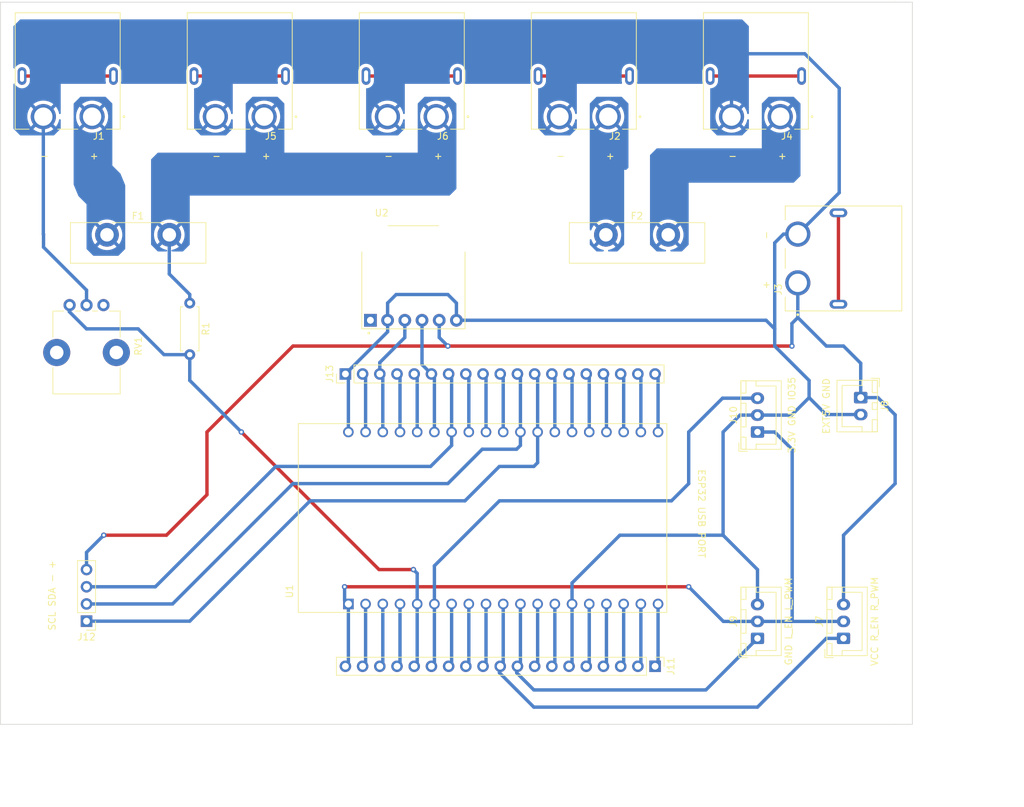
<source format=kicad_pcb>
(kicad_pcb (version 20211014) (generator pcbnew)
  (layers (0 "F.Cu" signal) (31 "B.Cu" signal) (34 "B.Paste" user) (35 "F.Paste" user) (36 "B.SilkS" user "B.Silkscreen") (37 "F.SilkS" user "F.Silkscreen") (38 "B.Mask" user) (39 "F.Mask" user) (44 "Edge.Cuts" user))
  (net 0 "")
  (net 1 "Net-(F1-Pad1)")
  (net 2 "Net-(F1-Pad2)")
  (net 3 "Net-(F2-Pad1)")
  (net 4 "Net-(F2-Pad2)")
  (net 5 "Net-(J1-Pad2)")
  (net 6 "Net-(J1-PadS1)")
  (net 7 "Net-(J2-PadS1)")
  (net 8 "Net-(J12-Pad4)")
  (net 9 "Net-(J3-PadS1)")
  (net 10 "Net-(J4-PadS1)")
  (net 11 "Net-(J5-PadS1)")
  (net 12 "Net-(J6-PadS1)")
  (net 13 "Net-(J10-Pad1)")
  (net 14 "Net-(J10-Pad3)")
  (net 15 "Net-(J12-Pad1)")
  (net 16 "Net-(J12-Pad2)")
  (net 17 "Net-(J12-Pad3)")
  (net 20 "Net-(J11-Pad10)")
  (net 21 "Net-(J11-Pad9)")
  (net 22 "Net-(J11-Pad1)")
  (net 23 "Net-(J11-Pad2)")
  (net 24 "Net-(J11-Pad3)")
  (net 25 "Net-(J11-Pad4)")
  (net 26 "Net-(J11-Pad5)")
  (net 27 "Net-(J11-Pad7)")
  (net 28 "Net-(J11-Pad8)")
  (net 29 "Net-(J11-Pad11)")
  (net 30 "Net-(J11-Pad12)")
  (net 31 "Net-(J11-Pad13)")
  (net 32 "Net-(J11-Pad15)")
  (net 33 "Net-(J11-Pad16)")
  (net 34 "Net-(J11-Pad17)")
  (net 35 "Net-(J11-Pad18)")
  (net 36 "Net-(J13-Pad2)")
  (net 37 "Net-(J13-Pad3)")
  (net 38 "Net-(J13-Pad4)")
  (net 39 "Net-(J13-Pad5)")
  (net 40 "Net-(J13-Pad6)")
  (net 41 "Net-(J13-Pad8)")
  (net 42 "Net-(J13-Pad9)")
  (net 43 "Net-(J13-Pad10)")
  (net 44 "Net-(J13-Pad13)")
  (net 45 "Net-(J13-Pad14)")
  (net 46 "Net-(J13-Pad15)")
  (net 47 "Net-(J13-Pad16)")
  (net 48 "Net-(J13-Pad17)")
  (net 49 "Net-(J13-Pad18)")
  (net 50 "Net-(J13-Pad19)")
  (footprint "Connector_PinHeader_2.54mm:PinHeader_1x19_P2.54mm_Vertical" (layer "F.Cu") (at 164.4225 134.185 -90)
    (fp_text reference "J11" (at 0 -2.33 90) (layer "F.SilkS"))
    (fp_text value "Conn_01x19_Female")
    (pad "1" thru_hole rect (at 0 0 270) (size 1.7 1.7) (drill 1) (layers *.Cu *.Mask) (net 22 "Net-(J11-Pad1)"))
    (pad "2" thru_hole oval (at 0 2.54 270) (size 1.7 1.7) (drill 1) (layers *.Cu *.Mask) (net 23 "Net-(J11-Pad2)"))
    (pad "3" thru_hole oval (at 0 5.08 270) (size 1.7 1.7) (drill 1) (layers *.Cu *.Mask) (net 24 "Net-(J11-Pad3)"))
    (pad "4" thru_hole oval (at 0 7.62 270) (size 1.7 1.7) (drill 1) (layers *.Cu *.Mask) (net 25 "Net-(J11-Pad4)"))
    (pad "5" thru_hole oval (at 0 10.16 270) (size 1.7 1.7) (drill 1) (layers *.Cu *.Mask) (net 26 "Net-(J11-Pad5)"))
    (pad "6" thru_hole oval (at 0 12.7 270) (size 1.7 1.7) (drill 1) (layers *.Cu *.Mask) (net 5 "Net-(J1-Pad2)"))
    (pad "7" thru_hole oval (at 0 15.24 270) (size 1.7 1.7) (drill 1) (layers *.Cu *.Mask) (net 27 "Net-(J11-Pad7)"))
    (pad "8" thru_hole oval (at 0 17.78 270) (size 1.7 1.7) (drill 1) (layers *.Cu *.Mask) (net 28 "Net-(J11-Pad8)"))
    (pad "9" thru_hole oval (at 0 20.32 270) (size 1.7 1.7) (drill 1) (layers *.Cu *.Mask) (net 21 "Net-(J11-Pad9)"))
    (pad "10" thru_hole oval (at 0 22.86 270) (size 1.7 1.7) (drill 1) (layers *.Cu *.Mask) (net 20 "Net-(J11-Pad10)"))
    (pad "11" thru_hole oval (at 0 25.4 270) (size 1.7 1.7) (drill 1) (layers *.Cu *.Mask) (net 29 "Net-(J11-Pad11)"))
    (pad "12" thru_hole oval (at 0 27.94 270) (size 1.7 1.7) (drill 1) (layers *.Cu *.Mask) (net 30 "Net-(J11-Pad12)"))
    (pad "13" thru_hole oval (at 0 30.48 270) (size 1.7 1.7) (drill 1) (layers *.Cu *.Mask) (net 31 "Net-(J11-Pad13)"))
    (pad "14" thru_hole oval (at 0 33.02 270) (size 1.7 1.7) (drill 1) (layers *.Cu *.Mask) (net 14 "Net-(J10-Pad3)"))
    (pad "15" thru_hole oval (at 0 35.56 270) (size 1.7 1.7) (drill 1) (layers *.Cu *.Mask) (net 32 "Net-(J11-Pad15)"))
    (pad "16" thru_hole oval (at 0 38.1 270) (size 1.7 1.7) (drill 1) (layers *.Cu *.Mask) (net 33 "Net-(J11-Pad16)"))
    (pad "17" thru_hole oval (at 0 40.64 270) (size 1.7 1.7) (drill 1) (layers *.Cu *.Mask) (net 34 "Net-(J11-Pad17)"))
    (pad "18" thru_hole oval (at 0 43.18 270) (size 1.7 1.7) (drill 1) (layers *.Cu *.Mask) (net 35 "Net-(J11-Pad18)"))
    (pad "19" thru_hole oval (at 0 45.72 270) (size 1.7 1.7) (drill 1) (layers *.Cu *.Mask) (net 13 "Net-(J10-Pad1)"))
  )
  (footprint "XT60PW-F:AMASS_XT60PW-F" (layer "F.Cu") (at 77.705 52.99 180)
    (fp_text reference "J1" (at -4.575 -2.885 180) (layer "F.SilkS"))
    (fp_text value "24V DC IN")
    (pad "1" thru_hole circle locked (at -3.6 0 180) (size 3.716 3.716) (drill 2.7) (layers *.Cu *.Mask) (net 1 "Net-(F1-Pad1)"))
    (pad "2" thru_hole circle locked (at 3.6 0 180) (size 3.716 3.716) (drill 2.7) (layers *.Cu *.Mask) (net 5 "Net-(J1-Pad2)"))
    (pad "S1" thru_hole oval locked (at -6.75 6 180) (size 1.3 2.6) (drill oval 0.6 1.7) (layers *.Cu *.Mask) (net 6 "Net-(J1-PadS1)"))
    (pad "S2" thru_hole oval locked (at 6.75 6 180) (size 1.3 2.6) (drill oval 0.6 1.7) (layers *.Cu *.Mask) (net 6 "Net-(J1-PadS1)"))
  )
  (footprint "Connector_JST:JST_XH_B2B-XH-A_1x02_P2.50mm_Vertical" (layer "F.Cu") (at 194.7825 94.5 -90)
    (fp_text reference "J8" (at 1.25 -3.55 90) (layer "F.SilkS"))
    (fp_text value "EXT5V GND" (at 1.25 5.08 90) (layer "F.SilkS"))
    (pad "1" thru_hole roundrect (at 0 0 270) (size 1.7 2) (drill 1) (layers *.Cu *.Mask) (roundrect_rratio 0.147059) (net 8 "Net-(J12-Pad4)"))
    (pad "2" thru_hole oval (at 2.5 0 270) (size 1.7 2) (drill 1) (layers *.Cu *.Mask) (net 5 "Net-(J1-Pad2)"))
  )
  (footprint "Connector_JST:JST_XH_B3B-XH-A_1x03_P2.50mm_Vertical" (layer "F.Cu") (at 179.5425 99.58 90)
    (fp_text reference "J10" (at 2.5 -3.55 90) (layer "F.SilkS"))
    (fp_text value "3.3V GND IO35" (at 2.5 5.08 90) (layer "F.SilkS"))
    (pad "1" thru_hole roundrect (at 0 0 90) (size 1.7 1.95) (drill 0.95) (layers *.Cu *.Mask) (roundrect_rratio 0.147059) (net 13 "Net-(J10-Pad1)"))
    (pad "2" thru_hole oval (at 2.5 0 90) (size 1.7 1.95) (drill 0.95) (layers *.Cu *.Mask) (net 5 "Net-(J1-Pad2)"))
    (pad "3" thru_hole oval (at 5 0 90) (size 1.7 1.95) (drill 0.95) (layers *.Cu *.Mask) (net 14 "Net-(J10-Pad3)"))
  )
  (footprint "XT60PW-F:AMASS_XT60PW-F" (layer "F.Cu") (at 128.505 52.99 180)
    (fp_text reference "J6" (at -4.575 -2.885 180) (layer "F.SilkS"))
    (fp_text value "24V DC OUT")
    (pad "1" thru_hole circle locked (at -3.6 0 180) (size 3.716 3.716) (drill 2.7) (layers *.Cu *.Mask) (net 2 "Net-(F1-Pad2)"))
    (pad "2" thru_hole circle locked (at 3.6 0 180) (size 3.716 3.716) (drill 2.7) (layers *.Cu *.Mask) (net 5 "Net-(J1-Pad2)"))
    (pad "S1" thru_hole oval locked (at -6.75 6 180) (size 1.3 2.6) (drill oval 0.6 1.7) (layers *.Cu *.Mask) (net 12 "Net-(J6-PadS1)"))
    (pad "S2" thru_hole oval locked (at 6.75 6 180) (size 1.3 2.6) (drill oval 0.6 1.7) (layers *.Cu *.Mask) (net 12 "Net-(J6-PadS1)"))
  )
  (footprint "Potentiometer_THT:Potentiometer_Bourns_PTV09A-1_Single_Vertical" (layer "F.Cu") (at 77.9825 80.83 -90)
    (fp_text reference "RV1" (at 6.05 -10.15 90) (layer "F.SilkS"))
    (fp_text value "10k Pot")
    (pad "" np_thru_hole circle (at 7 -6.9 270) (size 4 4) (drill 2) (layers *.Cu *.Mask))
    (pad "" np_thru_hole circle (at 7 1.9 270) (size 4 4) (drill 2) (layers *.Cu *.Mask))
    (pad "1" thru_hole circle (at 0 0 270) (size 1.8 1.8) (drill 1) (layers *.Cu *.Mask) (net 32 "Net-(J11-Pad15)"))
    (pad "2" thru_hole circle (at 0 -2.5 270) (size 1.8 1.8) (drill 1) (layers *.Cu *.Mask) (net 5 "Net-(J1-Pad2)"))
    (pad "3" thru_hole circle (at 0 -5 270) (size 1.8 1.8) (drill 1) (layers *.Cu *.Mask))
  )
  (footprint "Connector_PinHeader_2.54mm:PinHeader_1x04_P2.54mm_Vertical" (layer "F.Cu") (at 80.4825 127.52 180)
    (fp_text reference "J12" (at 0 -2.33) (layer "F.SilkS"))
    (fp_text value "SCL SDA - +" (at 5.08 3.8 90) (layer "F.SilkS"))
    (pad "1" thru_hole rect (at 0 0 180) (size 1.7 1.7) (drill 1) (layers *.Cu *.Mask) (net 15 "Net-(J12-Pad1)"))
    (pad "2" thru_hole oval (at 0 2.54 180) (size 1.7 1.7) (drill 1) (layers *.Cu *.Mask) (net 16 "Net-(J12-Pad2)"))
    (pad "3" thru_hole oval (at 0 5.08 180) (size 1.7 1.7) (drill 1) (layers *.Cu *.Mask) (net 17 "Net-(J12-Pad3)"))
    (pad "4" thru_hole oval (at 0 7.62 180) (size 1.7 1.7) (drill 1) (layers *.Cu *.Mask) (net 8 "Net-(J12-Pad4)"))
  )
  (footprint "ESP32-DEVKITC-32D:MODULE_ESP32-DEVKITC-32D" (layer "F.Cu") (at 138.9025 112.28 90)
    (fp_text reference "U1" (at -10.829175 -28.446045 90) (layer "F.SilkS") (effects (font (size 1.000386 1.000386))))
    (fp_text value "ESP32-DEVKITC-32D")
    (pad "1" thru_hole rect (at -12.7 -19.76 90) (size 1.56 1.56) (drill 1.04) (layers *.Cu *.Mask) (net 13 "Net-(J10-Pad1)"))
    (pad "2" thru_hole circle (at -12.7 -17.22 90) (size 1.56 1.56) (drill 1.04) (layers *.Cu *.Mask) (net 35 "Net-(J11-Pad18)"))
    (pad "3" thru_hole circle (at -12.7 -14.68 90) (size 1.56 1.56) (drill 1.04) (layers *.Cu *.Mask) (net 34 "Net-(J11-Pad17)"))
    (pad "4" thru_hole circle (at -12.7 -12.14 90) (size 1.56 1.56) (drill 1.04) (layers *.Cu *.Mask) (net 33 "Net-(J11-Pad16)"))
    (pad "5" thru_hole circle (at -12.7 -9.6 90) (size 1.56 1.56) (drill 1.04) (layers *.Cu *.Mask) (net 32 "Net-(J11-Pad15)"))
    (pad "6" thru_hole circle (at -12.7 -7.06 90) (size 1.56 1.56) (drill 1.04) (layers *.Cu *.Mask) (net 14 "Net-(J10-Pad3)"))
    (pad "7" thru_hole circle (at -12.7 -4.52 90) (size 1.56 1.56) (drill 1.04) (layers *.Cu *.Mask) (net 31 "Net-(J11-Pad13)"))
    (pad "8" thru_hole circle (at -12.7 -1.98 90) (size 1.56 1.56) (drill 1.04) (layers *.Cu *.Mask) (net 30 "Net-(J11-Pad12)"))
    (pad "9" thru_hole circle (at -12.7 0.56 90) (size 1.56 1.56) (drill 1.04) (layers *.Cu *.Mask) (net 29 "Net-(J11-Pad11)"))
    (pad "10" thru_hole circle (at -12.7 3.1 90) (size 1.56 1.56) (drill 1.04) (layers *.Cu *.Mask) (net 20 "Net-(J11-Pad10)"))
    (pad "11" thru_hole circle (at -12.7 5.64 90) (size 1.56 1.56) (drill 1.04) (layers *.Cu *.Mask) (net 21 "Net-(J11-Pad9)"))
    (pad "12" thru_hole circle (at -12.7 8.18 90) (size 1.56 1.56) (drill 1.04) (layers *.Cu *.Mask) (net 28 "Net-(J11-Pad8)"))
    (pad "13" thru_hole circle (at -12.7 10.72 90) (size 1.56 1.56) (drill 1.04) (layers *.Cu *.Mask) (net 27 "Net-(J11-Pad7)"))
    (pad "14" thru_hole circle (at -12.7 13.26 90) (size 1.56 1.56) (drill 1.04) (layers *.Cu *.Mask) (net 5 "Net-(J1-Pad2)"))
    (pad "15" thru_hole circle (at -12.7 15.8 90) (size 1.56 1.56) (drill 1.04) (layers *.Cu *.Mask) (net 26 "Net-(J11-Pad5)"))
    (pad "16" thru_hole circle (at -12.7 18.34 90) (size 1.56 1.56) (drill 1.04) (layers *.Cu *.Mask) (net 25 "Net-(J11-Pad4)"))
    (pad "17" thru_hole circle (at -12.7 20.88 90) (size 1.56 1.56) (drill 1.04) (layers *.Cu *.Mask) (net 24 "Net-(J11-Pad3)"))
    (pad "18" thru_hole circle (at -12.7 23.42 90) (size 1.56 1.56) (drill 1.04) (layers *.Cu *.Mask) (net 23 "Net-(J11-Pad2)"))
    (pad "19" thru_hole circle (at -12.7 25.96 90) (size 1.56 1.56) (drill 1.04) (layers *.Cu *.Mask) (net 22 "Net-(J11-Pad1)"))
    (pad "20" thru_hole circle (at 12.7 -19.76 90) (size 1.56 1.56) (drill 1.04) (layers *.Cu *.Mask) (net 5 "Net-(J1-Pad2)"))
    (pad "21" thru_hole circle (at 12.7 -17.22 90) (size 1.56 1.56) (drill 1.04) (layers *.Cu *.Mask) (net 36 "Net-(J13-Pad2)"))
    (pad "22" thru_hole circle (at 12.7 -14.68 90) (size 1.56 1.56) (drill 1.04) (layers *.Cu *.Mask) (net 37 "Net-(J13-Pad3)"))
    (pad "23" thru_hole circle (at 12.7 -12.14 90) (size 1.56 1.56) (drill 1.04) (layers *.Cu *.Mask) (net 38 "Net-(J13-Pad4)"))
    (pad "24" thru_hole circle (at 12.7 -9.6 90) (size 1.56 1.56) (drill 1.04) (layers *.Cu *.Mask) (net 39 "Net-(J13-Pad5)"))
    (pad "25" thru_hole circle (at 12.7 -7.06 90) (size 1.56 1.56) (drill 1.04) (layers *.Cu *.Mask) (net 40 "Net-(J13-Pad6)"))
    (pad "26" thru_hole circle (at 12.7 -4.52 90) (size 1.56 1.56) (drill 1.04) (layers *.Cu *.Mask) (net 17 "Net-(J12-Pad3)"))
    (pad "27" thru_hole circle (at 12.7 -1.98 90) (size 1.56 1.56) (drill 1.04) (layers *.Cu *.Mask) (net 41 "Net-(J13-Pad8)"))
    (pad "28" thru_hole circle (at 12.7 0.56 90) (size 1.56 1.56) (drill 1.04) (layers *.Cu *.Mask) (net 42 "Net-(J13-Pad9)"))
    (pad "29" thru_hole circle (at 12.7 3.1 90) (size 1.56 1.56) (drill 1.04) (layers *.Cu *.Mask) (net 43 "Net-(J13-Pad10)"))
    (pad "30" thru_hole circle (at 12.7 5.64 90) (size 1.56 1.56) (drill 1.04) (layers *.Cu *.Mask) (net 16 "Net-(J12-Pad2)"))
    (pad "31" thru_hole circle (at 12.7 8.18 90) (size 1.56 1.56) (drill 1.04) (layers *.Cu *.Mask) (net 15 "Net-(J12-Pad1)"))
    (pad "32" thru_hole circle (at 12.7 10.72 90) (size 1.56 1.56) (drill 1.04) (layers *.Cu *.Mask) (net 44 "Net-(J13-Pad13)"))
    (pad "33" thru_hole circle (at 12.7 13.26 90) (size 1.56 1.56) (drill 1.04) (layers *.Cu *.Mask) (net 45 "Net-(J13-Pad14)"))
    (pad "34" thru_hole circle (at 12.7 15.8 90) (size 1.56 1.56) (drill 1.04) (layers *.Cu *.Mask) (net 46 "Net-(J13-Pad15)"))
    (pad "35" thru_hole circle (at 12.7 18.34 90) (size 1.56 1.56) (drill 1.04) (layers *.Cu *.Mask) (net 47 "Net-(J13-Pad16)"))
    (pad "36" thru_hole circle (at 12.7 20.88 90) (size 1.56 1.56) (drill 1.04) (layers *.Cu *.Mask) (net 48 "Net-(J13-Pad17)"))
    (pad "37" thru_hole circle (at 12.7 23.42 90) (size 1.56 1.56) (drill 1.04) (layers *.Cu *.Mask) (net 49 "Net-(J13-Pad18)"))
    (pad "38" thru_hole circle (at 12.7 25.96 90) (size 1.56 1.56) (drill 1.04) (layers *.Cu *.Mask) (net 50 "Net-(J13-Pad19)"))
  )
  (footprint "XT60PW-F:AMASS_XT60PW-F" (layer "F.Cu") (at 179.305 52.99 180)
    (fp_text reference "J4" (at -4.575 -2.885 180) (layer "F.SilkS"))
    (fp_text value "12V DC OUT")
    (pad "1" thru_hole circle locked (at -3.6 0 180) (size 3.716 3.716) (drill 2.7) (layers *.Cu *.Mask) (net 4 "Net-(F2-Pad2)"))
    (pad "2" thru_hole circle locked (at 3.6 0 180) (size 3.716 3.716) (drill 2.7) (layers *.Cu *.Mask) (net 5 "Net-(J1-Pad2)"))
    (pad "S1" thru_hole oval locked (at -6.75 6 180) (size 1.3 2.6) (drill oval 0.6 1.7) (layers *.Cu *.Mask) (net 10 "Net-(J4-PadS1)"))
    (pad "S2" thru_hole oval locked (at 6.75 6 180) (size 1.3 2.6) (drill oval 0.6 1.7) (layers *.Cu *.Mask) (net 10 "Net-(J4-PadS1)"))
  )
  (footprint "ZC576300:MODULE_ZC576300" (layer "F.Cu") (at 128.7425 76.72)
    (fp_text reference "U2" (at -4.695 -9.505) (layer "F.SilkS"))
    (fp_text value "MCP4725")
    (pad "" np_thru_hole circle locked (at 5.715 -5.715) (size 3.302 3.302) (drill 3.302) (layers *.Cu *.Mask))
    (pad "" np_thru_hole circle locked (at -5.715 -5.715) (size 3.302 3.302) (drill 3.302) (layers *.Cu *.Mask))
    (pad "1" thru_hole rect locked (at -6.35 6.35) (size 1.8796 1.8796) (drill 1.016) (layers *.Cu *.Mask))
    (pad "2" thru_hole circle locked (at -3.81 6.35) (size 1.8796 1.8796) (drill 1.016) (layers *.Cu *.Mask) (net 5 "Net-(J1-Pad2)"))
    (pad "3" thru_hole circle locked (at -1.27 6.35) (size 1.8796 1.8796) (drill 1.016) (layers *.Cu *.Mask) (net 37 "Net-(J13-Pad3)"))
    (pad "4" thru_hole circle locked (at 1.27 6.35) (size 1.8796 1.8796) (drill 1.016) (layers *.Cu *.Mask) (net 40 "Net-(J13-Pad6)"))
    (pad "5" thru_hole circle locked (at 3.81 6.35) (size 1.8796 1.8796) (drill 1.016) (layers *.Cu *.Mask) (net 8 "Net-(J12-Pad4)"))
    (pad "6" thru_hole circle locked (at 6.35 6.35) (size 1.8796 1.8796) (drill 1.016) (layers *.Cu *.Mask) (net 5 "Net-(J1-Pad2)"))
  )
  (footprint "Connector_PinHeader_2.54mm:PinHeader_1x19_P2.54mm_Vertical" (layer "F.Cu") (at 118.7025 91.005 90)
    (fp_text reference "J13" (at 0 -2.33 90) (layer "F.SilkS"))
    (fp_text value "Conn_01x19_Female")
    (pad "1" thru_hole rect (at 0 0 90) (size 1.7 1.7) (drill 1) (layers *.Cu *.Mask) (net 5 "Net-(J1-Pad2)"))
    (pad "2" thru_hole oval (at 0 2.54 90) (size 1.7 1.7) (drill 1) (layers *.Cu *.Mask) (net 36 "Net-(J13-Pad2)"))
    (pad "3" thru_hole oval (at 0 5.08 90) (size 1.7 1.7) (drill 1) (layers *.Cu *.Mask) (net 37 "Net-(J13-Pad3)"))
    (pad "4" thru_hole oval (at 0 7.62 90) (size 1.7 1.7) (drill 1) (layers *.Cu *.Mask) (net 38 "Net-(J13-Pad4)"))
    (pad "5" thru_hole oval (at 0 10.16 90) (size 1.7 1.7) (drill 1) (layers *.Cu *.Mask) (net 39 "Net-(J13-Pad5)"))
    (pad "6" thru_hole oval (at 0 12.7 90) (size 1.7 1.7) (drill 1) (layers *.Cu *.Mask) (net 40 "Net-(J13-Pad6)"))
    (pad "7" thru_hole oval (at 0 15.24 90) (size 1.7 1.7) (drill 1) (layers *.Cu *.Mask) (net 17 "Net-(J12-Pad3)"))
    (pad "8" thru_hole oval (at 0 17.78 90) (size 1.7 1.7) (drill 1) (layers *.Cu *.Mask) (net 41 "Net-(J13-Pad8)"))
    (pad "9" thru_hole oval (at 0 20.32 90) (size 1.7 1.7) (drill 1) (layers *.Cu *.Mask) (net 42 "Net-(J13-Pad9)"))
    (pad "10" thru_hole oval (at 0 22.86 90) (size 1.7 1.7) (drill 1) (layers *.Cu *.Mask) (net 43 "Net-(J13-Pad10)"))
    (pad "11" thru_hole oval (at 0 25.4 90) (size 1.7 1.7) (drill 1) (layers *.Cu *.Mask) (net 16 "Net-(J12-Pad2)"))
    (pad "12" thru_hole oval (at 0 27.94 90) (size 1.7 1.7) (drill 1) (layers *.Cu *.Mask) (net 15 "Net-(J12-Pad1)"))
    (pad "13" thru_hole oval (at 0 30.48 90) (size 1.7 1.7) (drill 1) (layers *.Cu *.Mask) (net 44 "Net-(J13-Pad13)"))
    (pad "14" thru_hole oval (at 0 33.02 90) (size 1.7 1.7) (drill 1) (layers *.Cu *.Mask) (net 45 "Net-(J13-Pad14)"))
    (pad "15" thru_hole oval (at 0 35.56 90) (size 1.7 1.7) (drill 1) (layers *.Cu *.Mask) (net 46 "Net-(J13-Pad15)"))
    (pad "16" thru_hole oval (at 0 38.1 90) (size 1.7 1.7) (drill 1) (layers *.Cu *.Mask) (net 47 "Net-(J13-Pad16)"))
    (pad "17" thru_hole oval (at 0 40.64 90) (size 1.7 1.7) (drill 1) (layers *.Cu *.Mask) (net 48 "Net-(J13-Pad17)"))
    (pad "18" thru_hole oval (at 0 43.18 90) (size 1.7 1.7) (drill 1) (layers *.Cu *.Mask) (net 49 "Net-(J13-Pad18)"))
    (pad "19" thru_hole oval (at 0 45.72 90) (size 1.7 1.7) (drill 1) (layers *.Cu *.Mask) (net 50 "Net-(J13-Pad19)"))
  )
  (footprint "Connector_JST:JST_XH_B3B-XH-A_1x03_P2.50mm_Vertical" (layer "F.Cu") (at 179.5425 130.06 90)
    (fp_text reference "J9" (at 2.5 -3.55 90) (layer "F.SilkS"))
    (fp_text value "GND L_EN L_PWM" (at 2.5 4.6 90) (layer "F.SilkS"))
    (pad "1" thru_hole roundrect (at 0 0 90) (size 1.7 1.95) (drill 0.95) (layers *.Cu *.Mask) (roundrect_rratio 0.147059) (net 21 "Net-(J11-Pad9)"))
    (pad "2" thru_hole oval (at 2.5 0 90) (size 1.7 1.95) (drill 0.95) (layers *.Cu *.Mask) (net 13 "Net-(J10-Pad1)"))
    (pad "3" thru_hole oval (at 5 0 90) (size 1.7 1.95) (drill 0.95) (layers *.Cu *.Mask) (net 5 "Net-(J1-Pad2)"))
  )
  (footprint "Fuse:Fuseholder_Blade_ATO_Littelfuse_Pudenz_2_Pin" (layer "F.Cu") (at 157.1625 70.44)
    (fp_text reference "F2" (at 4.57 -2.78) (layer "F.SilkS"))
    (fp_text value "10A Fuse")
    (pad "" np_thru_hole circle (at 4.6 1.2) (size 2.4 2.4) (drill 2.4) (layers *.Cu *.Mask))
    (pad "1" thru_hole circle (at 0 0) (size 3.5 3.5) (drill 2) (layers *.Cu *.Mask) (net 3 "Net-(F2-Pad1)"))
    (pad "2" thru_hole circle (at 9.2 0) (size 3.5 3.5) (drill 2) (layers *.Cu *.Mask) (net 4 "Net-(F2-Pad2)"))
  )
  (footprint "Resistor_THT:R_Axial_DIN0207_L6.3mm_D2.5mm_P7.62mm_Horizontal" (layer "F.Cu") (at 95.7225 80.53 -90)
    (fp_text reference "R1" (at 3.81 -2.37 90) (layer "F.SilkS"))
    (fp_text value "1K")
    (pad "1" thru_hole circle (at 0 0 270) (size 1.6 1.6) (drill 0.8) (layers *.Cu *.Mask) (net 2 "Net-(F1-Pad2)"))
    (pad "2" thru_hole oval (at 7.62 0 270) (size 1.6 1.6) (drill 0.8) (layers *.Cu *.Mask) (net 32 "Net-(J11-Pad15)"))
  )
  (footprint "XT60PW-F:AMASS_XT60PW-F" (layer "F.Cu") (at 153.905 52.99 180)
    (fp_text reference "J2" (at -4.575 -2.885 180) (layer "F.SilkS"))
    (fp_text value "12V DC IN")
    (pad "1" thru_hole circle locked (at -3.6 0 180) (size 3.716 3.716) (drill 2.7) (layers *.Cu *.Mask) (net 3 "Net-(F2-Pad1)"))
    (pad "2" thru_hole circle locked (at 3.6 0 180) (size 3.716 3.716) (drill 2.7) (layers *.Cu *.Mask) (net 5 "Net-(J1-Pad2)"))
    (pad "S1" thru_hole oval locked (at -6.75 6 180) (size 1.3 2.6) (drill oval 0.6 1.7) (layers *.Cu *.Mask) (net 7 "Net-(J2-PadS1)"))
    (pad "S2" thru_hole oval locked (at 6.75 6 180) (size 1.3 2.6) (drill oval 0.6 1.7) (layers *.Cu *.Mask) (net 7 "Net-(J2-PadS1)"))
  )
  (footprint "XT60PW-F:AMASS_XT60PW-F" (layer "F.Cu") (at 185.4925 73.9425 90)
    (fp_text reference "J3" (at -4.575 -2.885 90) (layer "F.SilkS"))
    (fp_text value "5V DC IN")
    (pad "1" thru_hole circle locked (at -3.6 0 90) (size 3.716 3.716) (drill 2.7) (layers *.Cu *.Mask) (net 8 "Net-(J12-Pad4)"))
    (pad "2" thru_hole circle locked (at 3.6 0 90) (size 3.716 3.716) (drill 2.7) (layers *.Cu *.Mask) (net 5 "Net-(J1-Pad2)"))
    (pad "S1" thru_hole oval locked (at -6.75 6 90) (size 1.3 2.6) (drill oval 0.6 1.7) (layers *.Cu *.Mask) (net 9 "Net-(J3-PadS1)"))
    (pad "S2" thru_hole oval locked (at 6.75 6 90) (size 1.3 2.6) (drill oval 0.6 1.7) (layers *.Cu *.Mask) (net 9 "Net-(J3-PadS1)"))
  )
  (footprint "Fuse:Fuseholder_Blade_ATO_Littelfuse_Pudenz_2_Pin" (layer "F.Cu") (at 83.5025 70.44)
    (fp_text reference "F1" (at 4.57 -2.78) (layer "F.SilkS"))
    (fp_text value "5A Fuse")
    (pad "" np_thru_hole circle (at 4.6 1.2) (size 2.4 2.4) (drill 2.4) (layers *.Cu *.Mask))
    (pad "1" thru_hole circle (at 0 0) (size 3.5 3.5) (drill 2) (layers *.Cu *.Mask) (net 1 "Net-(F1-Pad1)"))
    (pad "2" thru_hole circle (at 9.2 0) (size 3.5 3.5) (drill 2) (layers *.Cu *.Mask) (net 2 "Net-(F1-Pad2)"))
  )
  (footprint "XT60PW-F:AMASS_XT60PW-F" (layer "F.Cu") (at 103.105 52.99 180)
    (fp_text reference "J5" (at -4.575 -2.885 180) (layer "F.SilkS"))
    (fp_text value "24V DC OUT")
    (pad "1" thru_hole circle locked (at -3.6 0 180) (size 3.716 3.716) (drill 2.7) (layers *.Cu *.Mask) (net 2 "Net-(F1-Pad2)"))
    (pad "2" thru_hole circle locked (at 3.6 0 180) (size 3.716 3.716) (drill 2.7) (layers *.Cu *.Mask) (net 5 "Net-(J1-Pad2)"))
    (pad "S1" thru_hole oval locked (at -6.75 6 180) (size 1.3 2.6) (drill oval 0.6 1.7) (layers *.Cu *.Mask) (net 11 "Net-(J5-PadS1)"))
    (pad "S2" thru_hole oval locked (at 6.75 6 180) (size 1.3 2.6) (drill oval 0.6 1.7) (layers *.Cu *.Mask) (net 11 "Net-(J5-PadS1)"))
  )
  (footprint "Connector_JST:JST_XH_B3B-XH-A_1x03_P2.50mm_Vertical" (layer "F.Cu") (at 192.2425 130.06 90)
    (fp_text reference "J7" (at 2.5 -3.55 90) (layer "F.SilkS"))
    (fp_text value "VCC R_EN R_PWM" (at 2.5 4.6 90) (layer "F.SilkS"))
    (pad "1" thru_hole roundrect (at 0 0 90) (size 1.7 1.95) (drill 0.95) (layers *.Cu *.Mask) (roundrect_rratio 0.147059) (net 20 "Net-(J11-Pad10)"))
    (pad "2" thru_hole oval (at 2.5 0 90) (size 1.7 1.95) (drill 0.95) (layers *.Cu *.Mask) (net 13 "Net-(J10-Pad1)"))
    (pad "3" thru_hole oval (at 5 0 90) (size 1.7 1.95) (drill 0.95) (layers *.Cu *.Mask) (net 8 "Net-(J12-Pad4)"))
  )
  (gr_line (start 67.7825 142.76) (end 67.7825 36.08) (layer "Edge.Cuts") (width 0.1))
  (gr_line (start 202.4025 36.08) (end 202.4025 142.76) (layer "Edge.Cuts") (width 0.1))
  (gr_line (start 202.4025 36.08) (end 199.8625 36.08) (layer "Edge.Cuts") (width 0.1))
  (gr_line (start 199.8625 142.76) (end 67.7825 142.76) (layer "Edge.Cuts") (width 0.1))
  (gr_line (start 67.7825 36.08) (end 199.8625 36.08) (layer "Edge.Cuts") (width 0.1))
  (gr_line (start 202.4025 142.76) (end 199.8625 142.76) (layer "Edge.Cuts") (width 0.1))
  (gr_text "+        -" (at 77.9425 58.94 180) (layer "F.SilkS") (effects (font (size 1 1))))
  (gr_text "ESP32 USB PORT" (at 171.2875 111.645 270) (layer "F.SilkS") (effects (font (size 1 1))))
  (gr_text "+        -" (at 179.5425 58.94 180) (layer "F.SilkS") (effects (font (size 1 1))))
  (gr_text "+        -" (at 103.3425 58.94 180) (layer "F.SilkS") (effects (font (size 1 1))))
  (gr_text "+        -" (at 180.8125 74.18 90) (layer "F.SilkS") (effects (font (size 1 1))))
  (gr_text "+        -" (at 128.7425 58.94 180) (layer "F.SilkS") (effects (font (size 1 1))))
  (gr_text "+        -" (at 154.1425 58.94 180) (layer "F.SilkS") (effects (font (size 1 1))))
  (segment (start 92.7025 76.24) (end 92.7025 70.44) (width 0.5) (layer "B.Cu") (net 2))
  (segment (start 95.7225 80.53) (end 95.7225 79.26) (width 0.5) (layer "B.Cu") (net 2))
  (segment (start 95.7225 79.26) (end 92.7025 76.24) (width 0.5) (layer "B.Cu") (net 2))
  (segment (start 152.1625 124.98) (end 152.1625 133.745) (width 0.5) (layer "B.Cu") (net 5))
  (segment (start 187.1625 94.5) (end 189.7025 97.04) (width 0.5) (layer "B.Cu") (net 5))
  (segment (start 179.5425 119.9) (end 174.4625 114.82) (width 0.5) (layer "B.Cu") (net 5))
  (segment (start 183.38 70.3425) (end 182.0825 71.64) (width 0.5) (layer "B.Cu") (net 5))
  (segment (start 159.2225 114.82) (end 174.4625 114.82) (width 0.5) (layer "B.Cu") (net 5))
  (segment (start 182.0825 86.88) (end 187.1625 91.96) (width 0.5) (layer "B.Cu") (net 5))
  (segment (start 74.1325 70.37) (end 74.105 70.3425) (width 0.5) (layer "B.Cu") (net 5))
  (segment (start 187.1625 94.5) (end 184.5825 97.08) (width 0.5) (layer "B.Cu") (net 5))
  (segment (start 133.8225 79.26) (end 135.0925 80.53) (width 0.5) (layer "B.Cu") (net 5))
  (segment (start 185.4925 70.3425) (end 191.6075 64.2275) (width 0.5) (layer "B.Cu") (net 5))
  (segment (start 191.6075 64.2275) (end 191.6075 48.78) (width 0.5) (layer "B.Cu") (net 5))
  (segment (start 182.0825 71.64) (end 182.0825 84.34) (width 0.5) (layer "B.Cu") (net 5))
  (segment (start 80.4825 80.83) (end 80.4825 78.625) (width 0.5) (layer "B.Cu") (net 5))
  (segment (start 124.9325 80.53) (end 126.2025 79.26) (width 0.5) (layer "B.Cu") (net 5))
  (segment (start 174.4625 114.82) (end 174.4625 99.58) (width 0.5) (layer "B.Cu") (net 5))
  (segment (start 174.4625 99.58) (end 176.9625 97.08) (width 0.5) (layer "B.Cu") (net 5))
  (segment (start 189.7425 97) (end 194.7825 97) (width 0.5) (layer "B.Cu") (net 5))
  (segment (start 74.105 70.3425) (end 74.105 52.99) (width 0.5) (layer "B.Cu") (net 5))
  (segment (start 119.1425 91.445) (end 118.7025 91.005) (width 0.5) (layer "B.Cu") (net 5))
  (segment (start 184.5825 97.08) (end 179.5425 97.08) (width 0.5) (layer "B.Cu") (net 5))
  (segment (start 152.1625 121.88) (end 159.2225 114.82) (width 0.5) (layer "B.Cu") (net 5))
  (segment (start 119.1425 99.58) (end 119.1425 91.445) (width 0.5) (layer "B.Cu") (net 5))
  (segment (start 152.1625 124.98) (end 152.1625 121.88) (width 0.5) (layer "B.Cu") (net 5))
  (segment (start 74.1325 72.275) (end 74.1325 70.37) (width 0.5) (layer "B.Cu") (net 5))
  (segment (start 177.6375 43.7) (end 175.705 45.6325) (width 0.5) (layer "B.Cu") (net 5))
  (segment (start 179.5425 125.06) (end 179.5425 119.9) (width 0.5) (layer "B.Cu") (net 5))
  (segment (start 186.5275 43.7) (end 177.6375 43.7) (width 0.5) (layer "B.Cu") (net 5))
  (segment (start 126.2025 79.26) (end 133.8225 79.26) (width 0.5) (layer "B.Cu") (net 5))
  (segment (start 135.0925 83.07) (end 180.8125 83.07) (width 0.5) (layer "B.Cu") (net 5))
  (segment (start 187.1625 91.96) (end 187.1625 94.5) (width 0.5) (layer "B.Cu") (net 5))
  (segment (start 124.9325 83.07) (end 124.9325 80.53) (width 0.5) (layer "B.Cu") (net 5))
  (segment (start 191.6075 48.78) (end 186.5275 43.7) (width 0.5) (layer "B.Cu") (net 5))
  (segment (start 189.7025 97.04) (end 189.7425 97) (width 0.5) (layer "B.Cu") (net 5))
  (segment (start 185.4925 70.3425) (end 183.38 70.3425) (width 0.5) (layer "B.Cu") (net 5))
  (segment (start 124.9325 84.775) (end 118.7025 91.005) (width 0.5) (layer "B.Cu") (net 5))
  (segment (start 152.1625 133.745) (end 151.7225 134.185) (width 0.5) (layer "B.Cu") (net 5))
  (segment (start 176.9625 97.08) (end 179.5425 97.08) (width 0.5) (layer "B.Cu") (net 5))
  (segment (start 124.9325 83.07) (end 124.9325 84.775) (width 0.5) (layer "B.Cu") (net 5))
  (segment (start 182.0825 84.34) (end 182.0825 86.88) (width 0.5) (layer "B.Cu") (net 5))
  (segment (start 135.0925 80.53) (end 135.0925 83.07) (width 0.5) (layer "B.Cu") (net 5))
  (segment (start 180.8125 83.07) (end 182.0825 84.34) (width 0.5) (layer "B.Cu") (net 5))
  (segment (start 175.705 45.6325) (end 175.705 52.99) (width 0.5) (layer "B.Cu") (net 5))
  (segment (start 80.4825 78.625) (end 74.1325 72.275) (width 0.5) (layer "B.Cu") (net 5))
  (segment (start 84.455 46.99) (end 70.955 46.99) (width 0.5) (layer "F.Cu") (net 6))
  (segment (start 160.655 46.99) (end 147.155 46.99) (width 0.5) (layer "F.Cu") (net 7))
  (segment (start 98.2625 108.845) (end 92.2875 114.82) (width 0.5) (layer "F.Cu") (net 8))
  (segment (start 133.8225 86.88) (end 184.6225 86.88) (width 0.5) (layer "F.Cu") (net 8))
  (segment (start 98.2625 99.58) (end 98.2625 108.845) (width 0.5) (layer "F.Cu") (net 8))
  (segment (start 92.2875 114.82) (end 83.0225 114.82) (width 0.5) (layer "F.Cu") (net 8))
  (segment (start 110.9625 86.88) (end 98.2625 99.58) (width 0.5) (layer "F.Cu") (net 8))
  (segment (start 133.8225 86.88) (end 110.9625 86.88) (width 0.5) (layer "F.Cu") (net 8))
  (via (at 83.0225 114.82) (size 0.8) (drill 0.4) (layers "F.Cu" "B.Cu") (net 8))
  (via (at 133.8225 86.88) (size 0.8) (drill 0.4) (layers "F.Cu" "B.Cu") (net 8))
  (via (at 184.6225 86.88) (size 0.8) (drill 0.4) (layers "F.Cu" "B.Cu") (net 8))
  (segment (start 199.8625 107.2) (end 192.2425 114.82) (width 0.5) (layer "B.Cu") (net 8))
  (segment (start 185.4925 82.67) (end 189.7025 86.88) (width 0.5) (layer "B.Cu") (net 8))
  (segment (start 197.3225 94.5) (end 199.8625 97.04) (width 0.5) (layer "B.Cu") (net 8))
  (segment (start 194.7825 94.5) (end 197.3225 94.5) (width 0.5) (layer "B.Cu") (net 8))
  (segment (start 192.2425 114.82) (end 192.2425 125.06) (width 0.5) (layer "B.Cu") (net 8))
  (segment (start 194.7825 89.42) (end 194.7825 94.5) (width 0.5) (layer "B.Cu") (net 8))
  (segment (start 80.4825 117.36) (end 80.4825 119.9) (width 0.5) (layer "B.Cu") (net 8))
  (segment (start 132.5525 83.07) (end 132.5525 85.61) (width 0.5) (layer "B.Cu") (net 8))
  (segment (start 199.8625 97.04) (end 199.8625 107.2) (width 0.5) (layer "B.Cu") (net 8))
  (segment (start 185.4925 77.5425) (end 185.4925 82.67) (width 0.5) (layer "B.Cu") (net 8))
  (segment (start 189.7025 86.88) (end 192.2425 86.88) (width 0.5) (layer "B.Cu") (net 8))
  (segment (start 192.2425 86.88) (end 194.7825 89.42) (width 0.5) (layer "B.Cu") (net 8))
  (segment (start 184.6225 83.54) (end 185.4925 82.67) (width 0.5) (layer "B.Cu") (net 8))
  (segment (start 83.0225 114.82) (end 80.4825 117.36) (width 0.5) (layer "B.Cu") (net 8))
  (segment (start 132.5525 85.61) (end 133.8225 86.88) (width 0.5) (layer "B.Cu") (net 8))
  (segment (start 184.6225 86.88) (end 184.6225 83.54) (width 0.5) (layer "B.Cu") (net 8))
  (segment (start 191.4925 67.1925) (end 191.4925 80.6925) (width 0.5) (layer "F.Cu") (net 9))
  (segment (start 186.055 46.99) (end 172.555 46.99) (width 0.5) (layer "F.Cu") (net 10))
  (segment (start 109.855 46.99) (end 96.355 46.99) (width 0.5) (layer "F.Cu") (net 11))
  (segment (start 135.255 46.99) (end 121.755 46.99) (width 0.5) (layer "F.Cu") (net 12))
  (segment (start 169.3825 122.44) (end 118.5825 122.44) (width 0.5) (layer "F.Cu") (net 13))
  (via (at 118.5825 122.44) (size 0.8) (drill 0.4) (layers "F.Cu" "B.Cu") (net 13))
  (via (at 169.3825 122.44) (size 0.8) (drill 0.4) (layers "F.Cu" "B.Cu") (net 13))
  (segment (start 119.1425 124.98) (end 119.1425 133.745) (width 0.5) (layer "B.Cu") (net 13))
  (segment (start 184.6625 102.16) (end 184.6625 127.56) (width 0.5) (layer "B.Cu") (net 13))
  (segment (start 179.5425 127.56) (end 184.6625 127.56) (width 0.5) (layer "B.Cu") (net 13))
  (segment (start 174.5025 127.56) (end 169.3825 122.44) (width 0.5) (layer "B.Cu") (net 13))
  (segment (start 118.5825 124.42) (end 119.1425 124.98) (width 0.5) (layer "B.Cu") (net 13))
  (segment (start 119.1425 133.745) (end 118.7025 134.185) (width 0.5) (layer "B.Cu") (net 13))
  (segment (start 118.5825 122.44) (end 118.5825 124.42) (width 0.5) (layer "B.Cu") (net 13))
  (segment (start 179.5425 127.56) (end 174.5025 127.56) (width 0.5) (layer "B.Cu") (net 13))
  (segment (start 179.5425 99.58) (end 182.0825 99.58) (width 0.5) (layer "B.Cu") (net 13))
  (segment (start 182.0825 99.58) (end 184.6625 102.16) (width 0.5) (layer "B.Cu") (net 13))
  (segment (start 184.6625 127.56) (end 192.2425 127.56) (width 0.5) (layer "B.Cu") (net 13))
  (segment (start 131.8425 133.745) (end 131.4025 134.185) (width 0.5) (layer "B.Cu") (net 14))
  (segment (start 174.3825 94.58) (end 169.3825 99.58) (width 0.5) (layer "B.Cu") (net 14))
  (segment (start 141.4425 109.74) (end 131.8425 119.34) (width 0.5) (layer "B.Cu") (net 14))
  (segment (start 179.5425 94.58) (end 174.3825 94.58) (width 0.5) (layer "B.Cu") (net 14))
  (segment (start 131.8425 124.98) (end 131.8425 133.745) (width 0.5) (layer "B.Cu") (net 14))
  (segment (start 169.3825 99.58) (end 169.3825 107.2) (width 0.5) (layer "B.Cu") (net 14))
  (segment (start 166.8425 109.74) (end 141.4425 109.74) (width 0.5) (layer "B.Cu") (net 14))
  (segment (start 131.8425 119.34) (end 131.8425 124.98) (width 0.5) (layer "B.Cu") (net 14))
  (segment (start 169.3825 107.2) (end 166.8425 109.74) (width 0.5) (layer "B.Cu") (net 14))
  (segment (start 147.0825 91.445) (end 146.6425 91.005) (width 0.5) (layer "B.Cu") (net 15))
  (segment (start 147.0825 99.58) (end 147.0825 91.445) (width 0.5) (layer "B.Cu") (net 15))
  (segment (start 146.5225 104.66) (end 147.0825 104.1) (width 0.5) (layer "B.Cu") (net 15))
  (segment (start 136.3625 109.74) (end 141.4425 104.66) (width 0.5) (layer "B.Cu") (net 15))
  (segment (start 95.7225 127.52) (end 113.5025 109.74) (width 0.5) (layer "B.Cu") (net 15))
  (segment (start 80.4825 127.52) (end 95.7225 127.52) (width 0.5) (layer "B.Cu") (net 15))
  (segment (start 141.4425 104.66) (end 146.5225 104.66) (width 0.5) (layer "B.Cu") (net 15))
  (segment (start 113.5025 109.74) (end 136.3625 109.74) (width 0.5) (layer "B.Cu") (net 15))
  (segment (start 147.0825 104.1) (end 147.0825 99.58) (width 0.5) (layer "B.Cu") (net 15))
  (segment (start 133.8225 107.2) (end 138.9025 102.12) (width 0.5) (layer "B.Cu") (net 16))
  (segment (start 138.9025 102.12) (end 143.9825 102.12) (width 0.5) (layer "B.Cu") (net 16))
  (segment (start 144.5425 99.58) (end 144.5425 91.445) (width 0.5) (layer "B.Cu") (net 16))
  (segment (start 144.5425 101.56) (end 143.9825 102.12) (width 0.5) (layer "B.Cu") (net 16))
  (segment (start 93.1825 124.98) (end 110.9625 107.2) (width 0.5) (layer "B.Cu") (net 16))
  (segment (start 144.5425 99.58) (end 144.5425 101.56) (width 0.5) (layer "B.Cu") (net 16))
  (segment (start 80.4825 124.98) (end 93.1825 124.98) (width 0.5) (layer "B.Cu") (net 16))
  (segment (start 144.5425 91.445) (end 144.1025 91.005) (width 0.5) (layer "B.Cu") (net 16))
  (segment (start 110.9625 107.2) (end 133.8225 107.2) (width 0.5) (layer "B.Cu") (net 16))
  (segment (start 90.6425 122.44) (end 108.4225 104.66) (width 0.5) (layer "B.Cu") (net 17))
  (segment (start 80.4825 122.44) (end 90.6425 122.44) (width 0.5) (layer "B.Cu") (net 17))
  (segment (start 134.3825 101.56) (end 134.3825 99.58) (width 0.5) (layer "B.Cu") (net 17))
  (segment (start 131.2825 104.66) (end 134.3825 101.56) (width 0.5) (layer "B.Cu") (net 17))
  (segment (start 108.4225 104.66) (end 131.2825 104.66) (width 0.5) (layer "B.Cu") (net 17))
  (segment (start 134.3825 99.58) (end 134.3825 91.445) (width 0.5) (layer "B.Cu") (net 17))
  (segment (start 134.3825 91.445) (end 133.9425 91.005) (width 0.5) (layer "B.Cu") (net 17))
  (segment (start 146.5225 140.22) (end 143.9825 137.68) (width 0.5) (layer "B.Cu") (net 20))
  (segment (start 143.9825 137.68) (end 141.4425 135.14) (width 0.5) (layer "B.Cu") (net 20))
  (segment (start 142.0025 133.745) (end 141.5625 134.185) (width 0.5) (layer "B.Cu") (net 20))
  (segment (start 141.4425 134.305) (end 141.5625 134.185) (width 0.5) (layer "B.Cu") (net 20))
  (segment (start 189.7025 130.06) (end 182.0825 137.68) (width 0.5) (layer "B.Cu") (net 20))
  (segment (start 182.0825 137.68) (end 179.5425 140.22) (width 0.5) (layer "B.Cu") (net 20))
  (segment (start 179.5425 140.22) (end 146.5225 140.22) (width 0.5) (layer "B.Cu") (net 20))
  (segment (start 141.4425 135.14) (end 141.4425 134.305) (width 0.5) (layer "B.Cu") (net 20))
  (segment (start 192.2425 130.06) (end 189.7025 130.06) (width 0.5) (layer "B.Cu") (net 20))
  (segment (start 142.0025 124.98) (end 142.0025 133.745) (width 0.5) (layer "B.Cu") (net 20))
  (segment (start 144.5425 133.745) (end 144.1025 134.185) (width 0.5) (layer "B.Cu") (net 21))
  (segment (start 144.5425 124.98) (end 144.5425 133.745) (width 0.5) (layer "B.Cu") (net 21))
  (segment (start 143.9825 135.14) (end 143.9825 134.305) (width 0.5) (layer "B.Cu") (net 21))
  (segment (start 146.5225 137.68) (end 143.9825 135.14) (width 0.5) (layer "B.Cu") (net 21))
  (segment (start 179.5425 130.06) (end 171.9225 137.68) (width 0.5) (layer "B.Cu") (net 21))
  (segment (start 143.9825 134.305) (end 144.1025 134.185) (width 0.5) (layer "B.Cu") (net 21))
  (segment (start 171.9225 137.68) (end 146.5225 137.68) (width 0.5) (layer "B.Cu") (net 21))
  (segment (start 164.8625 124.98) (end 164.8625 133.745) (width 0.5) (layer "B.Cu") (net 22))
  (segment (start 164.8625 133.745) (end 164.4225 134.185) (width 0.5) (layer "B.Cu") (net 22))
  (segment (start 162.3225 124.98) (end 162.3225 133.745) (width 0.5) (layer "B.Cu") (net 23))
  (segment (start 162.3225 133.745) (end 161.8825 134.185) (width 0.5) (layer "B.Cu") (net 23))
  (segment (start 159.7825 124.98) (end 159.7825 133.745) (width 0.5) (layer "B.Cu") (net 24))
  (segment (start 159.7825 133.745) (end 159.3425 134.185) (width 0.5) (layer "B.Cu") (net 24))
  (segment (start 157.2425 133.745) (end 156.8025 134.185) (width 0.5) (layer "B.Cu") (net 25))
  (segment (start 157.2425 124.98) (end 157.2425 133.745) (width 0.5) (layer "B.Cu") (net 25))
  (segment (start 154.7025 124.98) (end 154.7025 133.745) (width 0.5) (layer "B.Cu") (net 26))
  (segment (start 154.7025 133.745) (end 154.2625 134.185) (width 0.5) (layer "B.Cu") (net 26))
  (segment (start 149.6225 133.745) (end 149.1825 134.185) (width 0.5) (layer "B.Cu") (net 27))
  (segment (start 149.6225 124.98) (end 149.6225 133.745) (width 0.5) (layer "B.Cu") (net 27))
  (segment (start 147.0825 124.98) (end 147.0825 133.745) (width 0.5) (layer "B.Cu") (net 28))
  (segment (start 147.0825 133.745) (end 146.6425 134.185) (width 0.5) (layer "B.Cu") (net 28))
  (segment (start 139.4625 133.745) (end 139.0225 134.185) (width 0.5) (layer "B.Cu") (net 29))
  (segment (start 139.4625 124.98) (end 139.4625 133.745) (width 0.5) (layer "B.Cu") (net 29))
  (segment (start 136.9225 133.745) (end 136.4825 134.185) (width 0.5) (layer "B.Cu") (net 30))
  (segment (start 136.9225 124.98) (end 136.9225 133.745) (width 0.5) (layer "B.Cu") (net 30))
  (segment (start 134.3825 133.745) (end 133.9425 134.185) (width 0.5) (layer "B.Cu") (net 31))
  (segment (start 134.3825 124.98) (end 134.3825 133.745) (width 0.5) (layer "B.Cu") (net 31))
  (segment (start 123.6625 119.9) (end 128.7425 119.9) (width 0.5) (layer "F.Cu") (net 32))
  (segment (start 103.3425 99.58) (end 123.6625 119.9) (width 0.5) (layer "F.Cu") (net 32))
  (via (at 103.3425 99.58) (size 0.8) (drill 0.4) (layers "F.Cu" "B.Cu") (net 32))
  (via (at 128.7425 119.9) (size 0.8) (drill 0.4) (layers "F.Cu" "B.Cu") (net 32))
  (segment (start 129.3025 120.46) (end 129.3025 124.98) (width 0.5) (layer "B.Cu") (net 32))
  (segment (start 128.7425 119.9) (end 129.3025 120.46) (width 0.5) (layer "B.Cu") (net 32))
  (segment (start 129.3025 124.98) (end 129.3025 133.745) (width 0.5) (layer "B.Cu") (net 32))
  (segment (start 77.9825 80.83) (end 77.9825 81.76) (width 0.5) (layer "B.Cu") (net 32))
  (segment (start 77.9425 81.8) (end 80.4825 84.34) (width 0.5) (layer "B.Cu") (net 32))
  (segment (start 129.3025 133.745) (end 128.8625 134.185) (width 0.5) (layer "B.Cu") (net 32))
  (segment (start 91.9125 88.15) (end 95.7225 88.15) (width 0.5) (layer "B.Cu") (net 32))
  (segment (start 77.9825 81.76) (end 77.9425 81.8) (width 0.5) (layer "B.Cu") (net 32))
  (segment (start 95.7225 91.96) (end 103.3425 99.58) (width 0.5) (layer "B.Cu") (net 32))
  (segment (start 80.4825 84.34) (end 88.1025 84.34) (width 0.5) (layer "B.Cu") (net 32))
  (segment (start 95.7225 88.15) (end 95.7225 91.96) (width 0.5) (layer "B.Cu") (net 32))
  (segment (start 88.1025 84.34) (end 91.9125 88.15) (width 0.5) (layer "B.Cu") (net 32))
  (segment (start 126.7625 124.98) (end 126.7625 133.745) (width 0.5) (layer "B.Cu") (net 33))
  (segment (start 126.7625 133.745) (end 126.3225 134.185) (width 0.5) (layer "B.Cu") (net 33))
  (segment (start 124.2225 124.98) (end 124.2225 133.745) (width 0.5) (layer "B.Cu") (net 34))
  (segment (start 124.2225 133.745) (end 123.7825 134.185) (width 0.5) (layer "B.Cu") (net 34))
  (segment (start 121.6825 124.98) (end 121.6825 133.745) (width 0.5) (layer "B.Cu") (net 35))
  (segment (start 121.6825 133.745) (end 121.2425 134.185) (width 0.5) (layer "B.Cu") (net 35))
  (segment (start 121.6825 99.58) (end 121.6825 91.445) (width 0.5) (layer "B.Cu") (net 36))
  (segment (start 121.6825 91.445) (end 121.2425 91.005) (width 0.5) (layer "B.Cu") (net 36))
  (segment (start 123.7825 89.3) (end 123.7825 91.005) (width 0.5) (layer "B.Cu") (net 37))
  (segment (start 124.2225 99.58) (end 124.2225 91.445) (width 0.5) (layer "B.Cu") (net 37))
  (segment (start 127.4725 83.07) (end 127.4725 85.61) (width 0.5) (layer "B.Cu") (net 37))
  (segment (start 124.2225 91.445) (end 123.7825 91.005) (width 0.5) (layer "B.Cu") (net 37))
  (segment (start 127.4725 85.61) (end 123.7825 89.3) (width 0.5) (layer "B.Cu") (net 37))
  (segment (start 126.7625 91.445) (end 126.3225 91.005) (width 0.5) (layer "B.Cu") (net 38))
  (segment (start 126.7625 99.58) (end 126.7625 91.445) (width 0.5) (layer "B.Cu") (net 38))
  (segment (start 129.3025 91.445) (end 128.8625 91.005) (width 0.5) (layer "B.Cu") (net 39))
  (segment (start 129.3025 99.58) (end 129.3025 91.445) (width 0.5) (layer "B.Cu") (net 39))
  (segment (start 130.0125 89.615) (end 131.4025 91.005) (width 0.5) (layer "B.Cu") (net 40))
  (segment (start 130.0125 83.07) (end 130.0125 89.615) (width 0.5) (layer "B.Cu") (net 40))
  (segment (start 131.8425 91.445) (end 131.4025 91.005) (width 0.5) (layer "B.Cu") (net 40))
  (segment (start 131.8425 99.58) (end 131.8425 91.445) (width 0.5) (layer "B.Cu") (net 40))
  (segment (start 136.9225 99.58) (end 136.9225 91.445) (width 0.5) (layer "B.Cu") (net 41))
  (segment (start 136.9225 91.445) (end 136.4825 91.005) (width 0.5) (layer "B.Cu") (net 41))
  (segment (start 139.4625 91.445) (end 139.0225 91.005) (width 0.5) (layer "B.Cu") (net 42))
  (segment (start 139.4625 99.58) (end 139.4625 91.445) (width 0.5) (layer "B.Cu") (net 42))
  (segment (start 142.0025 99.58) (end 142.0025 91.445) (width 0.5) (layer "B.Cu") (net 43))
  (segment (start 142.0025 91.445) (end 141.5625 91.005) (width 0.5) (layer "B.Cu") (net 43))
  (segment (start 149.6225 91.445) (end 149.1825 91.005) (width 0.5) (layer "B.Cu") (net 44))
  (segment (start 149.6225 99.58) (end 149.6225 91.445) (width 0.5) (layer "B.Cu") (net 44))
  (segment (start 152.1625 99.58) (end 152.1625 91.445) (width 0.5) (layer "B.Cu") (net 45))
  (segment (start 152.1625 91.445) (end 151.7225 91.005) (width 0.5) (layer "B.Cu") (net 45))
  (segment (start 154.7025 91.445) (end 154.2625 91.005) (width 0.5) (layer "B.Cu") (net 46))
  (segment (start 154.7025 99.58) (end 154.7025 91.445) (width 0.5) (layer "B.Cu") (net 46))
  (segment (start 157.2425 99.58) (end 157.2425 91.445) (width 0.5) (layer "B.Cu") (net 47))
  (segment (start 157.2425 91.445) (end 156.8025 91.005) (width 0.5) (layer "B.Cu") (net 47))
  (segment (start 159.7825 91.445) (end 159.3425 91.005) (width 0.5) (layer "B.Cu") (net 48))
  (segment (start 159.7825 99.58) (end 159.7825 91.445) (width 0.5) (layer "B.Cu") (net 48))
  (segment (start 162.3225 91.445) (end 161.8825 91.005) (width 0.5) (layer "B.Cu") (net 49))
  (segment (start 162.3225 99.58) (end 162.3225 91.445) (width 0.5) (layer "B.Cu") (net 49))
  (segment (start 164.8625 91.445) (end 164.4225 91.005) (width 0.5) (layer "B.Cu") (net 50))
  (segment (start 164.8625 99.58) (end 164.8625 91.445) (width 0.5) (layer "B.Cu") (net 50))
  (zone (net 3) (net_name "Net-(F2-Pad1)") (layer "B.Cu") (connect_pads (clearance 0.508)) (min_thickness 0.254) (fill yes (thermal_gap 0.508) (thermal_bridge_width 0.508) (smoothing chamfer) (radius 1))
    (polygon (pts (xy 159.8575 60.845) (xy 159.8575 72.91) (xy 154.7775 72.91) (xy 154.7775 50.05) (xy 160.4925 50.05) (xy 160.4925 60.845)))
  )
  (zone (net 2) (net_name "Net-(F1-Pad2)") (layer "B.Cu") (connect_pads (clearance 0.508)) (min_thickness 0.254) (fill yes (thermal_gap 0.508) (thermal_bridge_width 0.508) (smoothing chamfer) (radius 1))
    (polygon (pts (xy 95.7225 64.655) (xy 95.7225 72.91) (xy 90.0075 72.91) (xy 90.0075 58.305) (xy 103.9775 58.305) (xy 103.9775 50.05) (xy 109.6925 50.05) (xy 109.6925 58.305) (xy 129.3775 58.305) (xy 129.3775 50.05) (xy 135.0925 50.05) (xy 135.0925 64.655)))
  )
  (zone (net 1) (net_name "Net-(F1-Pad1)") (layer "B.Cu") (connect_pads (clearance 0.508)) (min_thickness 0.254) (fill yes (thermal_gap 0.508) (thermal_bridge_width 0.508) (smoothing chamfer) (radius 1))
    (polygon (pts (xy 80.4825 73.545) (xy 80.4825 65.925) (xy 78.5775 64.02) (xy 78.5775 50.05) (xy 84.2925 50.05) (xy 84.2925 60.21) (xy 86.1975 62.115) (xy 86.1975 73.545)))
  )
  (zone (net 5) (net_name "Net-(J1-Pad2)") (layer "B.Cu") (connect_pads (clearance 0.508)) (min_thickness 0.254) (fill yes (thermal_gap 0.508) (thermal_bridge_width 0.508) (smoothing chamfer) (radius 1))
    (polygon (pts (xy 172.5575 55.765) (xy 172.5575 48.145) (xy 152.8725 48.145) (xy 152.8725 55.765) (xy 147.1575 55.765) (xy 147.1575 48.145) (xy 127.4725 48.145) (xy 127.4725 55.765) (xy 121.7575 55.765) (xy 121.7575 48.145) (xy 102.0725 48.145) (xy 102.0725 55.765) (xy 96.3575 55.765) (xy 96.3575 48.145) (xy 76.6725 48.145) (xy 76.6725 55.765) (xy 69.6875 55.765) (xy 69.6875 38.62) (xy 178.2725 38.62) (xy 178.2725 55.765)))
  )
  (zone (net 4) (net_name "Net-(F2-Pad2)") (layer "B.Cu") (connect_pads (clearance 0.508)) (min_thickness 0.254) (fill yes (thermal_gap 0.508) (thermal_bridge_width 0.508) (smoothing chamfer) (radius 1))
    (polygon (pts (xy 169.3825 62.75) (xy 169.3825 72.91) (xy 163.6675 72.91) (xy 163.6675 57.67) (xy 180.1775 57.67) (xy 180.1775 50.05) (xy 185.8925 50.05) (xy 185.8925 62.75)))
  )
)
</source>
